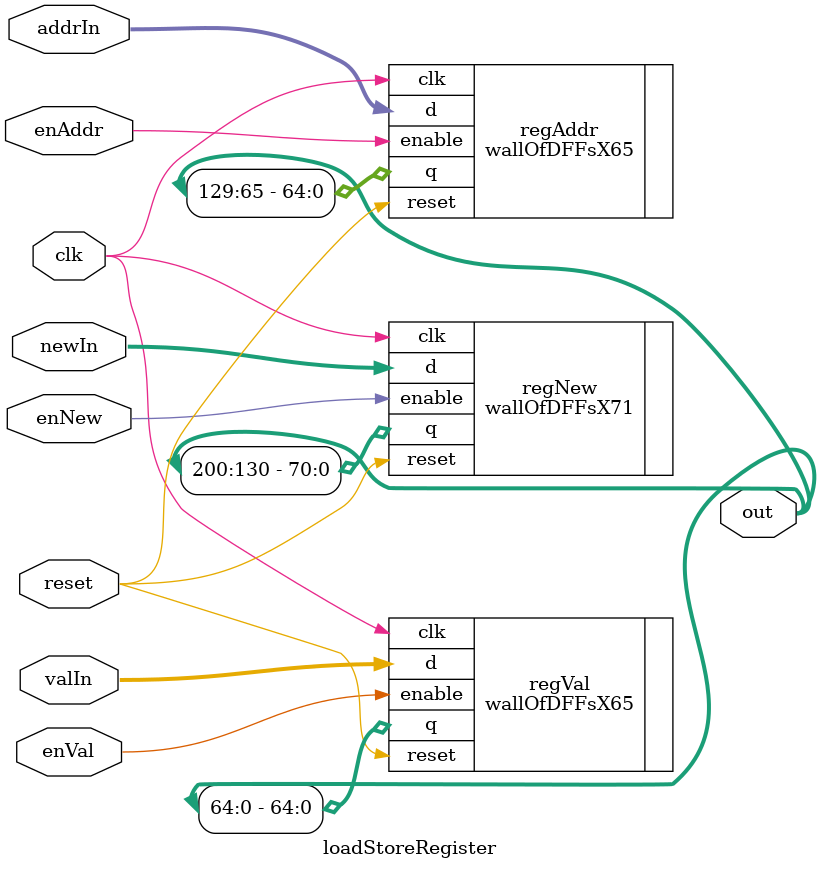
<source format=sv>

module loadStoreRegister(out, newIn, enNew, addrIn, enAddr, valIn, enVal, reset, clk);
	output logic [200:0] out;
	input logic [70:0] newIn;
	input logic enNew;
	input logic [64:0] addrIn;
	input logic enAddr;
	input logic [64:0] valIn;
	input logic enVal;
	input logic clk, reset;
	
	wallOfDFFsX71 regNew(.q(out[200:130]), .d(newIn), .enable(enNew), .reset, .clk);
	wallOfDFFsX65 regAddr(.q(out[129:65]), .d(addrIn), .enable(enAddr), .reset, .clk);
	wallOfDFFsX65 regVal(.q(out[64:0]), .d(valIn), .enable(enVal), .reset, .clk);
endmodule


</source>
